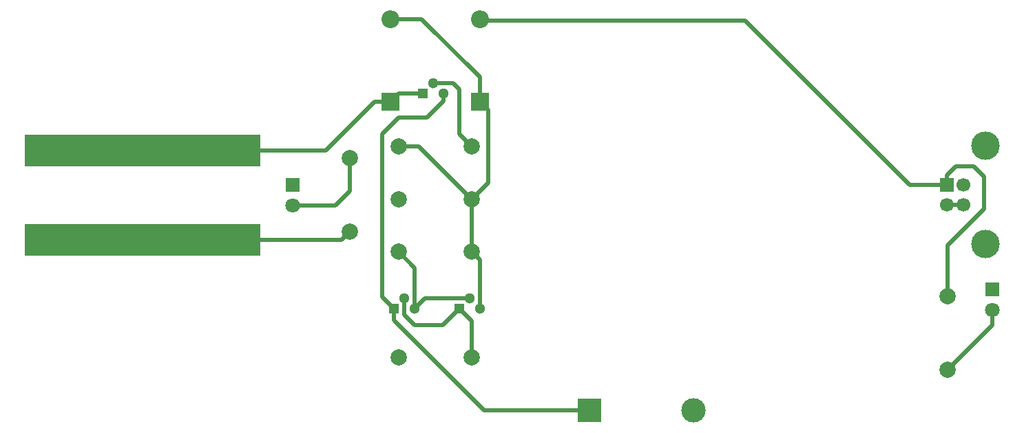
<source format=gbr>
%TF.GenerationSoftware,KiCad,Pcbnew,(6.0.7)*%
%TF.CreationDate,2023-10-27T20:14:28+01:00*%
%TF.ProjectId,slide_tester,736c6964-655f-4746-9573-7465722e6b69,rev?*%
%TF.SameCoordinates,Original*%
%TF.FileFunction,Copper,L1,Top*%
%TF.FilePolarity,Positive*%
%FSLAX46Y46*%
G04 Gerber Fmt 4.6, Leading zero omitted, Abs format (unit mm)*
G04 Created by KiCad (PCBNEW (6.0.7)) date 2023-10-27 20:14:28*
%MOMM*%
%LPD*%
G01*
G04 APERTURE LIST*
%TA.AperFunction,ComponentPad*%
%ADD10R,1.700000X1.700000*%
%TD*%
%TA.AperFunction,ComponentPad*%
%ADD11C,1.700000*%
%TD*%
%TA.AperFunction,ComponentPad*%
%ADD12C,3.500000*%
%TD*%
%TA.AperFunction,SMDPad,CuDef*%
%ADD13R,29.000000X4.000000*%
%TD*%
%TA.AperFunction,ComponentPad*%
%ADD14C,2.000000*%
%TD*%
%TA.AperFunction,ComponentPad*%
%ADD15R,1.300000X1.300000*%
%TD*%
%TA.AperFunction,ComponentPad*%
%ADD16C,1.300000*%
%TD*%
%TA.AperFunction,ComponentPad*%
%ADD17R,1.800000X1.800000*%
%TD*%
%TA.AperFunction,ComponentPad*%
%ADD18C,1.800000*%
%TD*%
%TA.AperFunction,ComponentPad*%
%ADD19R,3.000000X3.000000*%
%TD*%
%TA.AperFunction,ComponentPad*%
%ADD20C,3.000000*%
%TD*%
%TA.AperFunction,ComponentPad*%
%ADD21R,2.200000X2.200000*%
%TD*%
%TA.AperFunction,ComponentPad*%
%ADD22O,2.200000X2.200000*%
%TD*%
%TA.AperFunction,Conductor*%
%ADD23C,0.500000*%
%TD*%
G04 APERTURE END LIST*
D10*
%TO.P,J1,1,VBUS*%
%TO.N,Net-(D2-Pad2)*%
X183422500Y-83750000D03*
D11*
%TO.P,J1,2,D-*%
%TO.N,Net-(J1-Pad2)*%
X183422500Y-86250000D03*
%TO.P,J1,3,D+*%
X185422500Y-86250000D03*
%TO.P,J1,4,GND*%
%TO.N,GND*%
X185422500Y-83750000D03*
D12*
%TO.P,J1,5,Shield*%
X188132500Y-78980000D03*
X188132500Y-91020000D03*
%TD*%
D13*
%TO.P,J3,1,Pin_1*%
%TO.N,Net-(J3-Pad1)*%
X84500000Y-90500000D03*
D14*
X92500000Y-90500000D03*
%TD*%
D13*
%TO.P,J2,1,Pin_1*%
%TO.N,Net-(D3-Pad1)*%
X84500000Y-79500000D03*
D14*
X92500000Y-79500000D03*
%TD*%
%TO.P,R6,1*%
%TO.N,Net-(D2-Pad1)*%
X116000000Y-79000000D03*
%TO.P,R6,2*%
%TO.N,Net-(Q3-Pad2)*%
X125000000Y-79000000D03*
%TD*%
%TO.P,R3,1*%
%TO.N,Net-(D2-Pad1)*%
X125000000Y-85500000D03*
%TO.P,R3,2*%
%TO.N,GND*%
X116000000Y-85500000D03*
%TD*%
D15*
%TO.P,Q2,1,C*%
%TO.N,Net-(BT1-Pad1)*%
X115460000Y-99000000D03*
D16*
%TO.P,Q2,2,B*%
%TO.N,Net-(Q1-Pad1)*%
X116730000Y-97730000D03*
%TO.P,Q2,3,E*%
%TO.N,Net-(Q1-Pad2)*%
X118000000Y-99000000D03*
%TD*%
D15*
%TO.P,Q3,1,C*%
%TO.N,Net-(D3-Pad1)*%
X119000000Y-72500000D03*
D16*
%TO.P,Q3,2,B*%
%TO.N,Net-(Q3-Pad2)*%
X120270000Y-71230000D03*
%TO.P,Q3,3,E*%
%TO.N,Net-(BT1-Pad1)*%
X121540000Y-72500000D03*
%TD*%
D14*
%TO.P,R2,1*%
%TO.N,Net-(D2-Pad1)*%
X125000000Y-92000000D03*
%TO.P,R2,2*%
%TO.N,Net-(Q1-Pad2)*%
X116000000Y-92000000D03*
%TD*%
%TO.P,R4,1*%
%TO.N,Net-(J3-Pad1)*%
X110000000Y-89500000D03*
%TO.P,R4,2*%
%TO.N,Net-(D4-Pad2)*%
X110000000Y-80500000D03*
%TD*%
%TO.P,R1,1*%
%TO.N,Net-(D2-Pad2)*%
X183500000Y-97500000D03*
%TO.P,R1,2*%
%TO.N,Net-(D1-Pad2)*%
X183500000Y-106500000D03*
%TD*%
D17*
%TO.P,D1,1,K*%
%TO.N,GND*%
X189000000Y-96633513D03*
D18*
%TO.P,D1,2,A*%
%TO.N,Net-(D1-Pad2)*%
X189000000Y-99173513D03*
%TD*%
D19*
%TO.P,BT1,1,+*%
%TO.N,Net-(BT1-Pad1)*%
X139500000Y-111557500D03*
D20*
%TO.P,BT1,2,-*%
%TO.N,GND*%
X152300000Y-111557500D03*
%TD*%
D14*
%TO.P,R5,1*%
%TO.N,Net-(Q1-Pad1)*%
X125000000Y-105000000D03*
%TO.P,R5,2*%
%TO.N,GND*%
X116000000Y-105000000D03*
%TD*%
D21*
%TO.P,D3,1,K*%
%TO.N,Net-(D3-Pad1)*%
X115000000Y-73500000D03*
D22*
%TO.P,D3,2,A*%
%TO.N,Net-(D2-Pad1)*%
X115000000Y-63340000D03*
%TD*%
D21*
%TO.P,D2,1,K*%
%TO.N,Net-(D2-Pad1)*%
X126000000Y-73500000D03*
D22*
%TO.P,D2,2,A*%
%TO.N,Net-(D2-Pad2)*%
X126000000Y-63340000D03*
%TD*%
D17*
%TO.P,D4,1,K*%
%TO.N,GND*%
X103000000Y-83725000D03*
D18*
%TO.P,D4,2,A*%
%TO.N,Net-(D4-Pad2)*%
X103000000Y-86265000D03*
%TD*%
D15*
%TO.P,Q1,1,C*%
%TO.N,Net-(Q1-Pad1)*%
X123460000Y-99000000D03*
D16*
%TO.P,Q1,2,B*%
%TO.N,Net-(Q1-Pad2)*%
X124730000Y-97730000D03*
%TO.P,Q1,3,E*%
%TO.N,Net-(D2-Pad1)*%
X126000000Y-99000000D03*
%TD*%
D23*
%TO.N,Net-(J1-Pad2)*%
X183422500Y-86250000D02*
X185422500Y-86250000D01*
%TO.N,Net-(D2-Pad2)*%
X188000000Y-86740000D02*
X183500000Y-91240000D01*
X188000000Y-82750000D02*
X188000000Y-86740000D01*
X183500000Y-91240000D02*
X183500000Y-97500000D01*
X186750000Y-81500000D02*
X188000000Y-82750000D01*
X184500000Y-81500000D02*
X186750000Y-81500000D01*
X183422500Y-82577500D02*
X184500000Y-81500000D01*
X183422500Y-83750000D02*
X183422500Y-82577500D01*
X178870000Y-83750000D02*
X183422500Y-83750000D01*
X126160000Y-63500000D02*
X158620000Y-63500000D01*
X126000000Y-63340000D02*
X126160000Y-63500000D01*
X158620000Y-63500000D02*
X178870000Y-83750000D01*
%TO.N,Net-(D1-Pad2)*%
X189000000Y-101000000D02*
X189000000Y-99173513D01*
X183500000Y-106500000D02*
X189000000Y-101000000D01*
%TO.N,Net-(D2-Pad1)*%
X126000000Y-73500000D02*
X127000000Y-74500000D01*
X115000000Y-63340000D02*
X118840000Y-63340000D01*
X116000000Y-79000000D02*
X118500000Y-79000000D01*
X127000000Y-74500000D02*
X127000000Y-83500000D01*
X118500000Y-79000000D02*
X125000000Y-85500000D01*
X127000000Y-83500000D02*
X125000000Y-85500000D01*
X126000000Y-93000000D02*
X126000000Y-99000000D01*
X125000000Y-92000000D02*
X126000000Y-93000000D01*
X118840000Y-63340000D02*
X126000000Y-70500000D01*
X125000000Y-85500000D02*
X125000000Y-92000000D01*
X126000000Y-70500000D02*
X126000000Y-73500000D01*
%TO.N,Net-(D4-Pad2)*%
X110000000Y-84500000D02*
X110000000Y-80500000D01*
X103000000Y-86265000D02*
X108235000Y-86265000D01*
X108235000Y-86265000D02*
X110000000Y-84500000D01*
%TO.N,Net-(D3-Pad1)*%
X119000000Y-72500000D02*
X116000000Y-72500000D01*
X116000000Y-72500000D02*
X115000000Y-73500000D01*
X107080000Y-79500000D02*
X92500000Y-79500000D01*
X113080000Y-73500000D02*
X107080000Y-79500000D01*
X115000000Y-73500000D02*
X113080000Y-73500000D01*
%TO.N,Net-(J3-Pad1)*%
X109000000Y-90500000D02*
X92500000Y-90500000D01*
X110000000Y-89500000D02*
X109000000Y-90500000D01*
%TO.N,Net-(Q1-Pad1)*%
X116730000Y-97730000D02*
X116730000Y-99770000D01*
X121460000Y-101000000D02*
X123460000Y-99000000D01*
X123460000Y-99000000D02*
X125000000Y-100540000D01*
X116730000Y-99770000D02*
X117960000Y-101000000D01*
X117960000Y-101000000D02*
X121460000Y-101000000D01*
X125000000Y-100540000D02*
X125000000Y-105000000D01*
%TO.N,Net-(Q1-Pad2)*%
X118000000Y-99000000D02*
X119270000Y-97730000D01*
X119270000Y-97730000D02*
X124730000Y-97730000D01*
X116000000Y-92000000D02*
X118000000Y-94000000D01*
X118000000Y-95540000D02*
X118000000Y-99000000D01*
X118000000Y-94000000D02*
X118000000Y-95540000D01*
%TO.N,Net-(BT1-Pad1)*%
X121540000Y-72500000D02*
X121540000Y-73460000D01*
X115460000Y-100460000D02*
X115460000Y-99000000D01*
X114000000Y-97540000D02*
X115460000Y-99000000D01*
X126557500Y-111557500D02*
X139500000Y-111557500D01*
X115500000Y-100500000D02*
X126557500Y-111557500D01*
X116000000Y-75500000D02*
X114000000Y-77500000D01*
X119500000Y-75500000D02*
X116000000Y-75500000D01*
X114000000Y-77500000D02*
X114000000Y-97540000D01*
X121540000Y-73460000D02*
X119500000Y-75500000D01*
%TO.N,Net-(Q3-Pad2)*%
X123500000Y-77500000D02*
X123500000Y-72000000D01*
X125000000Y-79000000D02*
X123500000Y-77500000D01*
X123500000Y-72000000D02*
X122730000Y-71230000D01*
X122730000Y-71230000D02*
X120270000Y-71230000D01*
%TD*%
M02*

</source>
